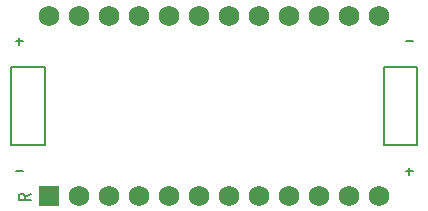
<source format=gbr>
%TF.GenerationSoftware,KiCad,Pcbnew,(6.0.4)*%
%TF.CreationDate,2022-10-25T23:06:37-04:00*%
%TF.ProjectId,battpack,62617474-7061-4636-9b2e-6b696361645f,v1.0.0*%
%TF.SameCoordinates,Original*%
%TF.FileFunction,Legend,Top*%
%TF.FilePolarity,Positive*%
%FSLAX46Y46*%
G04 Gerber Fmt 4.6, Leading zero omitted, Abs format (unit mm)*
G04 Created by KiCad (PCBNEW (6.0.4)) date 2022-10-25 23:06:37*
%MOMM*%
%LPD*%
G01*
G04 APERTURE LIST*
%ADD10C,0.150000*%
%ADD11R,1.752600X1.752600*%
%ADD12C,1.752600*%
G04 APERTURE END LIST*
D10*
X-15547619Y-7440476D02*
X-16023809Y-7773809D01*
X-15547619Y-8011904D02*
X-16547619Y-8011904D01*
X-16547619Y-7630952D01*
X-16500000Y-7535714D01*
X-16452380Y-7488095D01*
X-16357142Y-7440476D01*
X-16214285Y-7440476D01*
X-16119047Y-7488095D01*
X-16071428Y-7535714D01*
X-16023809Y-7630952D01*
X-16023809Y-8011904D01*
%TO.C,PAD1*%
X16195238Y-5557142D02*
X16804761Y-5557142D01*
X16500000Y-5861904D02*
X16500000Y-5252380D01*
%TO.C,PAD2*%
X16195238Y5442857D02*
X16804761Y5442857D01*
%TO.C,*%
%TO.C,PAD3*%
X-16804761Y5442857D02*
X-16195238Y5442857D01*
X-16500000Y5138095D02*
X-16500000Y5747619D01*
%TO.C,PAD4*%
X-16804761Y-5557142D02*
X-16195238Y-5557142D01*
%TO.C,*%
%TO.C,T1*%
X17200000Y-1950000D02*
X17200000Y1950000D01*
X17200000Y0D02*
X17200000Y3300000D01*
X17200000Y3300000D02*
X14350000Y3300000D01*
X14350000Y3300000D02*
X14350000Y-3300000D01*
X14350000Y-3300000D02*
X17200000Y-3300000D01*
X17200000Y0D02*
X17200000Y-3300000D01*
%TO.C,T2*%
X-17200000Y1950000D02*
X-17200000Y-1950000D01*
X-17200000Y0D02*
X-17200000Y-3300000D01*
X-17200000Y-3300000D02*
X-14350000Y-3300000D01*
X-14350000Y-3300000D02*
X-14350000Y3300000D01*
X-14350000Y3300000D02*
X-17200000Y3300000D01*
X-17200000Y0D02*
X-17200000Y3300000D01*
%TD*%
D11*
%TO.C,*%
X-13970000Y-7620000D03*
D12*
X-11430000Y-7620000D03*
X-8890000Y-7620000D03*
X-6350000Y-7620000D03*
X-3810000Y-7620000D03*
X-1270000Y-7620000D03*
X1270000Y-7620000D03*
X3810000Y-7620000D03*
X6350000Y-7620000D03*
X8890000Y-7620000D03*
X11430000Y-7620000D03*
X13970000Y-7620000D03*
X13970000Y7620000D03*
X11430000Y7620000D03*
X8890000Y7620000D03*
X6350000Y7620000D03*
X3810000Y7620000D03*
X1270000Y7620000D03*
X-1270000Y7620000D03*
X-3810000Y7620000D03*
X-6350000Y7620000D03*
X-8890000Y7620000D03*
X-11430000Y7620000D03*
X-13970000Y7620000D03*
%TD*%
M02*

</source>
